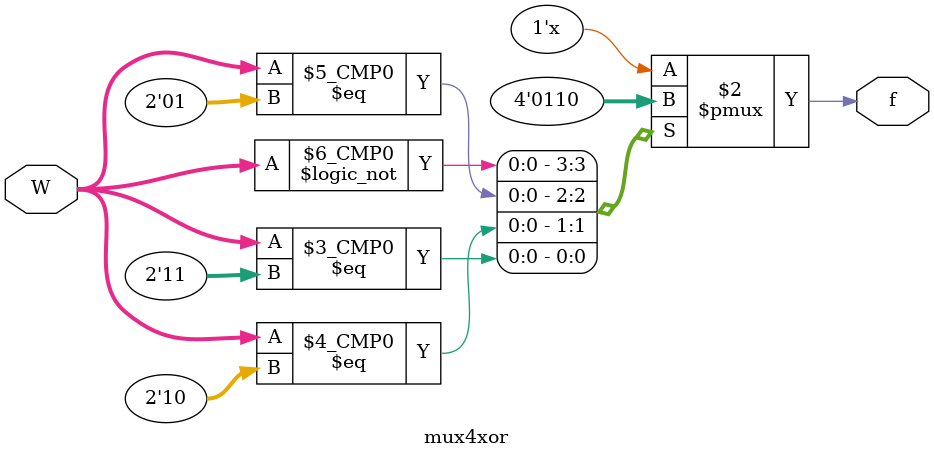
<source format=v>
module four(B, G);
	input [3:0]B;
	output [3:0]G;
	assign G[3]=B[3];
	mux4xor M0(B[3:2],G[2]);
	mux4xor M1(B[2:1],G[1]);
	mux4xor M2(B[1:0],G[0]);
endmodule

module mux4xor(W, f);
	input [1:0]W;
	output reg f;
	
	always @(*)
	begin
		case(W)
			2'b00:begin
				f=1'b0;
			      end
			2'b01:begin
				f=1'b1;
			      end
			2'b10:begin
				f=1'b1;
			      end
			2'b11:begin
				f=1'b0;
			      end  
		endcase    			 
	end
endmodule

</source>
